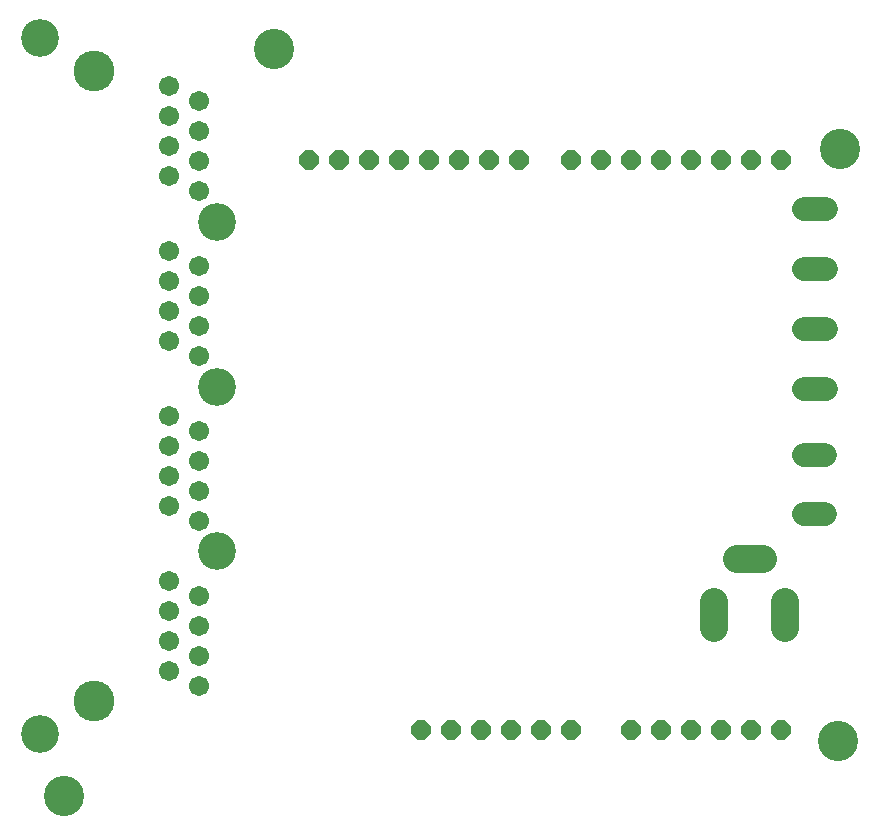
<source format=gbs>
G75*
G70*
%OFA0B0*%
%FSLAX24Y24*%
%IPPOS*%
%LPD*%
%AMOC8*
5,1,8,0,0,1.08239X$1,22.5*
%
%ADD10C,0.1340*%
%ADD11OC8,0.0635*%
%ADD12C,0.0940*%
%ADD13C,0.1360*%
%ADD14C,0.0698*%
%ADD15C,0.0674*%
%ADD16C,0.0790*%
%ADD17C,0.1261*%
D10*
X003141Y001216D03*
X028952Y003058D03*
X029015Y022776D03*
X010141Y026121D03*
D11*
X011301Y022410D03*
X012301Y022410D03*
X013301Y022410D03*
X014301Y022410D03*
X015301Y022410D03*
X016301Y022410D03*
X017301Y022410D03*
X018301Y022410D03*
X020051Y022410D03*
X021051Y022410D03*
X022051Y022410D03*
X023051Y022410D03*
X024051Y022410D03*
X025051Y022410D03*
X026051Y022410D03*
X027051Y022410D03*
X027051Y003410D03*
X026051Y003410D03*
X025051Y003410D03*
X024051Y003410D03*
X023051Y003410D03*
X022051Y003410D03*
X020051Y003410D03*
X019051Y003410D03*
X018051Y003410D03*
X017051Y003410D03*
X016051Y003410D03*
X015051Y003410D03*
D12*
X024825Y006811D02*
X024825Y007671D01*
X025576Y009131D02*
X026436Y009131D01*
X027187Y007671D02*
X027187Y006811D01*
D13*
X004141Y004371D03*
X004141Y025371D03*
D14*
X002342Y026469D03*
X008239Y020371D03*
X008239Y014871D03*
X008239Y009371D03*
X002342Y003273D03*
D15*
X006641Y005371D03*
X006641Y006371D03*
X006641Y007371D03*
X006641Y008371D03*
X007641Y007871D03*
X007641Y006871D03*
X007641Y005871D03*
X007641Y004871D03*
X007641Y010371D03*
X007641Y011371D03*
X007641Y012371D03*
X007641Y013371D03*
X006641Y013871D03*
X006641Y012871D03*
X006641Y011871D03*
X006641Y010871D03*
X007641Y015871D03*
X007641Y016871D03*
X007641Y017871D03*
X007641Y018871D03*
X006641Y019371D03*
X006641Y018371D03*
X006641Y017371D03*
X006641Y016371D03*
X007641Y021371D03*
X007641Y022371D03*
X007641Y023371D03*
X007641Y024371D03*
X006641Y024871D03*
X006641Y023871D03*
X006641Y022871D03*
X006641Y021871D03*
D16*
X027823Y020788D02*
X028533Y020788D01*
X028533Y018788D02*
X027823Y018788D01*
X027823Y016788D02*
X028533Y016788D01*
X028533Y014788D02*
X027823Y014788D01*
X027819Y012591D02*
X028529Y012591D01*
X028529Y010623D02*
X027819Y010623D01*
D17*
X008241Y009373D03*
X008241Y014865D03*
X008241Y020357D03*
X002346Y026469D03*
X002346Y003271D03*
M02*

</source>
